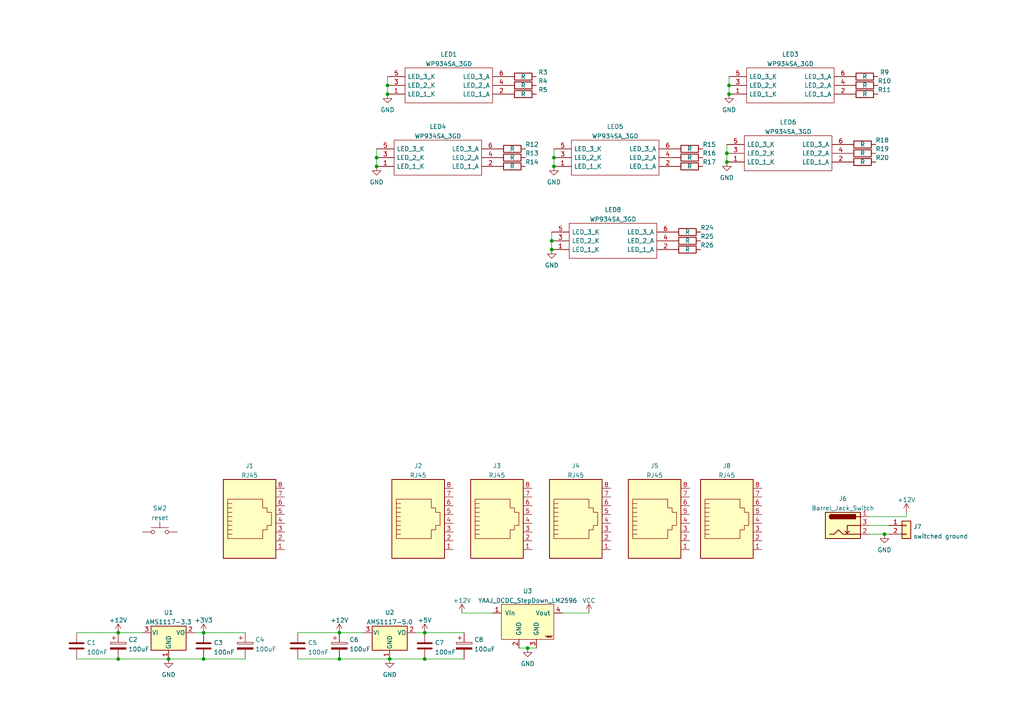
<source format=kicad_sch>
(kicad_sch (version 20211123) (generator eeschema)
  (paper "A4")
  (lib_symbols
    (symbol "Connector:Barrel_Jack_Switch" (pin_names hide)
      (property "Reference" "J" (at 0 5.334 0))
      (property "Value" "Barrel_Jack_Switch" (at 0 -5.08 0))
      (symbol "Barrel_Jack_Switch_0_1"
        (rectangle (start -5.08 3.81) (end 5.08 -3.81) (stroke (width 0.254)) (fill (type background)))
        (arc (start -3.302 3.175) (mid -3.937 2.54) (end -3.302 1.905) (stroke (width 0.254)))
        (arc (start -3.302 3.175) (mid -3.937 2.54) (end -3.302 1.905) (stroke (width 0.254)) (fill (type outline)))
        (polyline (pts (xy 1.27 -2.286) (xy 1.905 -1.651)) (stroke (width 0.254)))
        (polyline (pts (xy 5.08 2.54) (xy 3.81 2.54)) (stroke (width 0.254)))
        (polyline (pts (xy 5.08 0) (xy 1.27 0) (xy 1.27 -2.286) (xy 0.635 -1.651)) (stroke (width 0.254)))
        (polyline (pts (xy -3.81 -2.54) (xy -2.54 -2.54) (xy -1.27 -1.27) (xy 0 -2.54) (xy 2.54 -2.54) (xy 5.08 -2.54)) (stroke (width 0.254)))
        (rectangle (start 3.683 3.175) (end -3.302 1.905) (stroke (width 0.254)) (fill (type outline)))
      )
      (symbol "Barrel_Jack_Switch_1_1"
        (pin passive line (at 7.62 2.54 180) (length 2.54) (name "~") (number "1"))
        (pin passive line (at 7.62 -2.54 180) (length 2.54) (name "~") (number "2"))
        (pin passive line (at 7.62 0 180) (length 2.54) (name "~") (number "3"))
      )
    )
    (symbol "Connector:RJ45" (pin_names (offset 1.016))
      (property "Reference" "J" (at -5.08 13.97 0))
      (property "Value" "RJ45" (at 2.54 13.97 0))
      (symbol "RJ45_0_1"
        (polyline (pts (xy -5.08 4.445) (xy -6.35 4.445)))
        (polyline (pts (xy -5.08 5.715) (xy -6.35 5.715)))
        (polyline (pts (xy -6.35 -3.175) (xy -5.08 -3.175) (xy -5.08 -3.175)))
        (polyline (pts (xy -6.35 -1.905) (xy -5.08 -1.905) (xy -5.08 -1.905)))
        (polyline (pts (xy -6.35 -0.635) (xy -5.08 -0.635) (xy -5.08 -0.635)))
        (polyline (pts (xy -6.35 0.635) (xy -5.08 0.635) (xy -5.08 0.635)))
        (polyline (pts (xy -6.35 1.905) (xy -5.08 1.905) (xy -5.08 1.905)))
        (polyline (pts (xy -5.08 3.175) (xy -6.35 3.175) (xy -6.35 3.175)))
        (polyline (pts (xy -6.35 -4.445) (xy -6.35 6.985) (xy 3.81 6.985) (xy 3.81 4.445) (xy 5.08 4.445) (xy 5.08 3.175) (xy 6.35 3.175) (xy 6.35 -0.635) (xy 5.08 -0.635) (xy 5.08 -1.905) (xy 3.81 -1.905) (xy 3.81 -4.445) (xy -6.35 -4.445) (xy -6.35 -4.445)))
        (rectangle (start 7.62 12.7) (end -7.62 -10.16) (stroke (width 0.254)) (fill (type background)))
      )
      (symbol "RJ45_1_1"
        (pin passive line (at 10.16 -7.62 180) (length 2.54) (name "~") (number "1"))
        (pin passive line (at 10.16 -5.08 180) (length 2.54) (name "~") (number "2"))
        (pin passive line (at 10.16 -2.54 180) (length 2.54) (name "~") (number "3"))
        (pin passive line (at 10.16 0 180) (length 2.54) (name "~") (number "4"))
        (pin passive line (at 10.16 2.54 180) (length 2.54) (name "~") (number "5"))
        (pin passive line (at 10.16 5.08 180) (length 2.54) (name "~") (number "6"))
        (pin passive line (at 10.16 7.62 180) (length 2.54) (name "~") (number "7"))
        (pin passive line (at 10.16 10.16 180) (length 2.54) (name "~") (number "8"))
      )
    )
    (symbol "Connector_Generic:Conn_01x02" (pin_names (offset 1.016) hide)
      (property "Reference" "J" (at 0 2.54 0))
      (property "Value" "Conn_01x02" (at 0 -5.08 0))
      (symbol "Conn_01x02_1_1"
        (rectangle (start -1.27 -2.413) (end 0 -2.667) (stroke (width 0.1524)))
        (rectangle (start -1.27 0.127) (end 0 -0.127) (stroke (width 0.1524)))
        (rectangle (start -1.27 1.27) (end 1.27 -3.81) (stroke (width 0.254)) (fill (type background)))
        (pin passive line (at -5.08 0 0) (length 3.81) (name "Pin_1") (number "1"))
        (pin passive line (at -5.08 -2.54 0) (length 3.81) (name "Pin_2") (number "2"))
      )
    )
    (symbol "Device:C" (pin_numbers hide) (pin_names (offset 0.254))
      (property "Reference" "C" (at 0.635 2.54 0))
      (property "Value" "C" (at 0.635 -2.54 0))
      (symbol "C_0_1"
        (polyline (pts (xy -2.032 -0.762) (xy 2.032 -0.762)) (stroke (width 0.508)))
        (polyline (pts (xy -2.032 0.762) (xy 2.032 0.762)) (stroke (width 0.508)))
      )
      (symbol "C_1_1"
        (pin passive line (at 0 3.81 270) (length 2.794) (name "~") (number "1"))
        (pin passive line (at 0 -3.81 90) (length 2.794) (name "~") (number "2"))
      )
    )
    (symbol "Device:C_Polarized" (pin_numbers hide) (pin_names (offset 0.254))
      (property "Reference" "C" (at 0.635 2.54 0))
      (property "Value" "C_Polarized" (at 0.635 -2.54 0))
      (symbol "C_Polarized_0_1"
        (rectangle (start -2.286 0.508) (end 2.286 1.016))
        (polyline (pts (xy -1.778 2.286) (xy -0.762 2.286)))
        (polyline (pts (xy -1.27 2.794) (xy -1.27 1.778)))
        (rectangle (start 2.286 -0.508) (end -2.286 -1.016) (fill (type outline)))
      )
      (symbol "C_Polarized_1_1"
        (pin passive line (at 0 3.81 270) (length 2.794) (name "~") (number "1"))
        (pin passive line (at 0 -3.81 90) (length 2.794) (name "~") (number "2"))
      )
    )
    (symbol "Device:R" (pin_numbers hide) (pin_names (offset 0))
      (property "Reference" "R" (at 2.032 0 90))
      (property "Value" "R" (at 0 0 90))
      (symbol "R_0_1"
        (rectangle (start -1.016 -2.54) (end 1.016 2.54) (stroke (width 0.254)))
      )
      (symbol "R_1_1"
        (pin passive line (at 0 3.81 270) (length 1.27) (name "~") (number "1"))
        (pin passive line (at 0 -3.81 90) (length 1.27) (name "~") (number "2"))
      )
    )
    (symbol "Evan's misc parts:WP934SA_3GD" (pin_names (offset 0.762))
      (property "Reference" "LED" (at 31.75 7.62 0))
      (property "Value" "WP934SA_3GD" (at 31.75 5.08 0))
      (symbol "WP934SA_3GD_0_0"
        (pin passive line (at 0 -5.08 0) (length 5.08) (name "LED_1_K") (number "1"))
        (pin passive line (at 35.56 -5.08 180) (length 5.08) (name "LED_1_A") (number "2"))
        (pin passive line (at 0 -2.54 0) (length 5.08) (name "LED_2_K") (number "3"))
        (pin passive line (at 35.56 -2.54 180) (length 5.08) (name "LED_2_A") (number "4"))
        (pin passive line (at 0 0 0) (length 5.08) (name "LED_3_K") (number "5"))
        (pin passive line (at 35.56 0 180) (length 5.08) (name "LED_3_A") (number "6"))
      )
      (symbol "WP934SA_3GD_0_1"
        (polyline (pts (xy 5.08 2.54) (xy 30.48 2.54) (xy 30.48 -7.62) (xy 5.08 -7.62) (xy 5.08 2.54)) (stroke (width 0.1524)))
      )
    )
    (symbol "Evan's misc parts:YAAJ_DCDC_StepDown_LM2596" (pin_names (offset 1.016))
      (property "Reference" "U" (at -5.08 6.35 0))
      (property "Value" "YAAJ_DCDC_StepDown_LM2596" (at 0 11.43 0))
      (symbol "YAAJ_DCDC_StepDown_LM2596_0_1"
        (rectangle (start -7.62 5.08) (end 7.62 -5.08) (fill (type background)))
      )
      (symbol "YAAJ_DCDC_StepDown_LM2596_1_1"
        (text "Y@@V" (at 6.1976 -4.2672 0) (effects (font (size 0.508 0.508))))
        (pin power_in line (at -10.16 2.54 0) (length 2.54) (name "Vin") (number "1"))
        (pin power_in line (at -2.54 -7.62 90) (length 2.54) (name "GND") (number "2"))
        (pin power_in line (at 2.54 -7.62 90) (length 2.54) (name "GND") (number "3"))
        (pin power_out line (at 10.16 2.54 180) (length 2.54) (name "Vout") (number "4"))
      )
    )
    (symbol "Regulator_Linear:AMS1117-3.3" (pin_names (offset 0.254))
      (property "Reference" "U" (at -3.81 3.175 0))
      (property "Value" "AMS1117-3.3" (at 0 3.175 0))
      (symbol "AMS1117-3.3_0_1"
        (rectangle (start -5.08 -5.08) (end 5.08 1.905) (stroke (width 0.254)) (fill (type background)))
      )
      (symbol "AMS1117-3.3_1_1"
        (pin power_in line (at 0 -7.62 90) (length 2.54) (name "GND") (number "1"))
        (pin power_out line (at 7.62 0 180) (length 2.54) (name "VO") (number "2"))
        (pin power_in line (at -7.62 0 0) (length 2.54) (name "VI") (number "3"))
      )
    )
    (symbol "Regulator_Linear:AMS1117-5.0" (pin_names (offset 0.254))
      (property "Reference" "U" (at -3.81 3.175 0))
      (property "Value" "AMS1117-5.0" (at 0 3.175 0))
      (symbol "AMS1117-5.0_0_1"
        (rectangle (start -5.08 -5.08) (end 5.08 1.905) (stroke (width 0.254)) (fill (type background)))
      )
      (symbol "AMS1117-5.0_1_1"
        (pin power_in line (at 0 -7.62 90) (length 2.54) (name "GND") (number "1"))
        (pin power_out line (at 7.62 0 180) (length 2.54) (name "VO") (number "2"))
        (pin power_in line (at -7.62 0 0) (length 2.54) (name "VI") (number "3"))
      )
    )
    (symbol "Switch:SW_Push" (pin_numbers hide) (pin_names (offset 1.016) hide)
      (property "Reference" "SW" (at 1.27 2.54 0))
      (property "Value" "SW_Push" (at 0 -1.524 0))
      (symbol "SW_Push_0_1"
        (circle (center -2.032 0) (radius 0.508))
        (polyline (pts (xy 0 1.27) (xy 0 3.048)))
        (polyline (pts (xy 2.54 1.27) (xy -2.54 1.27)))
        (circle (center 2.032 0) (radius 0.508))
        (pin passive line (at -5.08 0 0) (length 2.54) (name "1") (number "1"))
        (pin passive line (at 5.08 0 180) (length 2.54) (name "2") (number "2"))
      )
    )
    (symbol "power:+12V" (power) (pin_names (offset 0))
      (property "Value" "+12V" (at 0 3.556 0))
      (symbol "+12V_0_1"
        (polyline (pts (xy -0.762 1.27) (xy 0 2.54)))
        (polyline (pts (xy 0 0) (xy 0 2.54)))
        (polyline (pts (xy 0 2.54) (xy 0.762 1.27)))
      )
      (symbol "+12V_1_1"
        (pin power_in line (at 0 0 90) (length 0) hide (name "+12V") (number "1"))
      )
    )
    (symbol "power:+3.3V" (power) (pin_names (offset 0))
      (property "Value" "+3.3V" (at 0 3.556 0))
      (symbol "+3.3V_0_1"
        (polyline (pts (xy -0.762 1.27) (xy 0 2.54)))
        (polyline (pts (xy 0 0) (xy 0 2.54)))
        (polyline (pts (xy 0 2.54) (xy 0.762 1.27)))
      )
      (symbol "+3.3V_1_1"
        (pin power_in line (at 0 0 90) (length 0) hide (name "+3V3") (number "1"))
      )
    )
    (symbol "power:+5V" (power) (pin_names (offset 0))
      (property "Value" "+5V" (at 0 3.556 0))
      (symbol "+5V_0_1"
        (polyline (pts (xy -0.762 1.27) (xy 0 2.54)))
        (polyline (pts (xy 0 0) (xy 0 2.54)))
        (polyline (pts (xy 0 2.54) (xy 0.762 1.27)))
      )
      (symbol "+5V_1_1"
        (pin power_in line (at 0 0 90) (length 0) hide (name "+5V") (number "1"))
      )
    )
    (symbol "power:GND" (power) (pin_names (offset 0))
      (property "Value" "GND" (at 0 -3.81 0))
      (symbol "GND_0_1"
        (polyline (pts (xy 0 0) (xy 0 -1.27) (xy 1.27 -1.27) (xy 0 -2.54) (xy -1.27 -1.27) (xy 0 -1.27)))
      )
      (symbol "GND_1_1"
        (pin power_in line (at 0 0 270) (length 0) hide (name "GND") (number "1"))
      )
    )
    (symbol "power:VCC" (power) (pin_names (offset 0))
      (property "Value" "VCC" (at 0 3.81 0))
      (symbol "VCC_0_1"
        (polyline (pts (xy -0.762 1.27) (xy 0 2.54)))
        (polyline (pts (xy 0 0) (xy 0 2.54)))
        (polyline (pts (xy 0 2.54) (xy 0.762 1.27)))
      )
      (symbol "VCC_1_1"
        (pin power_in line (at 0 0 90) (length 0) hide (name "VCC") (number "1"))
      )
    )
  )
  (junction (at 59.055 183.515))
  (junction (at 109.22 48.26))
  (junction (at 153.035 187.96))
  (junction (at 160.02 72.39))
  (junction (at 48.895 191.135))
  (junction (at 210.82 44.45))
  (junction (at 112.395 27.305))
  (junction (at 210.82 46.99))
  (junction (at 109.22 45.72))
  (junction (at 34.29 191.135))
  (junction (at 34.29 183.515))
  (junction (at 160.02 69.85))
  (junction (at 123.19 183.515))
  (junction (at 98.425 191.135))
  (junction (at 59.055 191.135))
  (junction (at 211.455 27.305))
  (junction (at 98.425 183.515))
  (junction (at 113.03 191.135))
  (junction (at 211.455 24.765))
  (junction (at 112.395 24.765))
  (junction (at 160.655 48.26))
  (junction (at 256.54 154.94))
  (junction (at 160.655 45.72))
  (junction (at 123.19 191.135))
  (wire (pts (xy 257.81 154.94) (xy 256.54 154.94)))
  (wire (pts (xy 112.395 24.765) (xy 112.395 27.305)))
  (wire (pts (xy 160.655 45.72) (xy 160.655 48.26)))
  (wire (pts (xy 210.82 44.45) (xy 210.82 46.99)))
  (wire (pts (xy 59.055 183.515) (xy 71.12 183.515)))
  (wire (pts (xy 211.455 22.225) (xy 211.455 24.765)))
  (wire (pts (xy 86.36 191.135) (xy 98.425 191.135)))
  (wire (pts (xy 86.36 183.515) (xy 98.425 183.515)))
  (wire (pts (xy 160.02 67.31) (xy 160.02 69.85)))
  (wire (pts (xy 48.895 191.135) (xy 59.055 191.135)))
  (wire (pts (xy 170.815 177.8) (xy 163.195 177.8)))
  (wire (pts (xy 109.22 43.18) (xy 109.22 45.72)))
  (wire (pts (xy 153.035 187.96) (xy 155.575 187.96)))
  (wire (pts (xy 34.29 183.515) (xy 41.275 183.515)))
  (wire (pts (xy 98.425 183.515) (xy 105.41 183.515)))
  (wire (pts (xy 113.03 191.135) (xy 123.19 191.135)))
  (wire (pts (xy 123.19 191.135) (xy 134.62 191.135)))
  (wire (pts (xy 34.29 191.135) (xy 48.895 191.135)))
  (wire (pts (xy 22.225 183.515) (xy 34.29 183.515)))
  (wire (pts (xy 262.89 148.59) (xy 262.89 149.86)))
  (wire (pts (xy 56.515 183.515) (xy 59.055 183.515)))
  (wire (pts (xy 109.22 45.72) (xy 109.22 48.26)))
  (wire (pts (xy 252.095 149.86) (xy 262.89 149.86)))
  (wire (pts (xy 257.81 152.4) (xy 252.095 152.4)))
  (wire (pts (xy 59.055 191.135) (xy 71.12 191.135)))
  (wire (pts (xy 112.395 22.225) (xy 112.395 24.765)))
  (wire (pts (xy 133.985 177.8) (xy 142.875 177.8)))
  (wire (pts (xy 123.19 183.515) (xy 134.62 183.515)))
  (wire (pts (xy 210.82 41.91) (xy 210.82 44.45)))
  (wire (pts (xy 22.225 191.135) (xy 34.29 191.135)))
  (wire (pts (xy 153.035 187.96) (xy 150.495 187.96)))
  (wire (pts (xy 98.425 191.135) (xy 113.03 191.135)))
  (wire (pts (xy 120.65 183.515) (xy 123.19 183.515)))
  (wire (pts (xy 211.455 24.765) (xy 211.455 27.305)))
  (wire (pts (xy 256.54 154.94) (xy 252.095 154.94)))
  (wire (pts (xy 160.02 69.85) (xy 160.02 72.39)))
  (wire (pts (xy 160.655 43.18) (xy 160.655 45.72)))
  (symbol (lib_id "Connector:RJ45") (at 144.145 151.765 0) (unit 1)
    (property "Reference" "J3" (at 144.145 135.0985 0))
    (property "Value" "RJ45" (at 144.145 137.8736 0))
    (property "Footprint" "Connector_RJ:RJ45_Amphenol_54602-x08_Horizontal" (effects hide))
  )
  (symbol (lib_id "power:GND") (at 112.395 27.305 0) (unit 1)
    (property "Reference" "#PWR02" (effects hide))
    (property "Value" "GND" (at 112.395 31.8675 0))
  )
  (symbol (lib_id "Evan's misc parts:WP934SA_3GD") (at 210.82 41.91 0) (unit 1)
    (property "Reference" "LED6" (at 228.6 35.4543 0))
    (property "Value" "WP934SA_3GD" (at 228.6 38.2294 0))
    (property "Footprint" "Evan's misc parts:WP934SA3ID" (effects hide))
    (property "Datasheet" "https://www.kingbrightusa.com/images/catalog/SPEC/WP934SA-3GD.pdf" (effects hide))
    (property "Description" "Kingbright WP934SA/3GD, Green Right Angle PCB LED Indicator, 3 LEDs 3mm (T-1), PCB Mount" (effects hide))
    (property "Height" "15.49" (effects hide))
    (property "Mouser Part Number" "604-WP934SA3GD" (effects hide))
    (property "Mouser Price/Stock" "https://www.mouser.co.uk/ProductDetail/Kingbright/WP934SA-3GD?qs=58z0TXQGVSQQiZBXtZ%2FRVw%3D%3D" (effects hide))
    (property "Manufacturer_Name" "Kingbright" (effects hide))
    (property "Manufacturer_Part_Number" "WP934SA/3GD" (effects hide))
  )
  (symbol (lib_id "Evan's misc parts:WP934SA_3GD") (at 211.455 22.225 0) (unit 1)
    (property "Reference" "LED3" (at 229.235 15.7693 0))
    (property "Value" "WP934SA_3GD" (at 229.235 18.5444 0))
    (property "Footprint" "Evan's misc parts:WP934SA3ID" (effects hide))
    (property "Datasheet" "https://www.kingbrightusa.com/images/catalog/SPEC/WP934SA-3GD.pdf" (effects hide))
    (property "Description" "Kingbright WP934SA/3GD, Green Right Angle PCB LED Indicator, 3 LEDs 3mm (T-1), PCB Mount" (effects hide))
    (property "Height" "15.49" (effects hide))
    (property "Mouser Part Number" "604-WP934SA3GD" (effects hide))
    (property "Mouser Price/Stock" "https://www.mouser.co.uk/ProductDetail/Kingbright/WP934SA-3GD?qs=58z0TXQGVSQQiZBXtZ%2FRVw%3D%3D" (effects hide))
    (property "Manufacturer_Name" "Kingbright" (effects hide))
    (property "Manufacturer_Part_Number" "WP934SA/3GD" (effects hide))
  )
  (symbol (lib_id "Device:R") (at 148.59 43.18 90) (unit 1)
    (property "Reference" "R12" (at 154.305 41.91 90))
    (property "Value" "R" (at 148.59 43.18 90))
    (property "Footprint" "Resistor_SMD:R_0603_1608Metric" (effects hide))
  )
  (symbol (lib_id "power:GND") (at 160.02 72.39 0) (unit 1)
    (property "Reference" "#PWR019" (effects hide))
    (property "Value" "GND" (at 160.02 76.9525 0))
  )
  (symbol (lib_id "Device:R") (at 148.59 45.72 90) (unit 1)
    (property "Reference" "R13" (at 154.305 44.45 90))
    (property "Value" "R" (at 148.59 45.72 90))
    (property "Footprint" "Resistor_SMD:R_0603_1608Metric" (effects hide))
  )
  (symbol (lib_id "Device:R") (at 199.39 67.31 90) (unit 1)
    (property "Reference" "R24" (at 205.105 66.04 90))
    (property "Value" "R" (at 199.39 67.31 90))
    (property "Footprint" "Resistor_SMD:R_0603_1608Metric" (effects hide))
  )
  (symbol (lib_id "power:GND") (at 153.035 187.96 0) (unit 1)
    (property "Reference" "#PWR017" (effects hide))
    (property "Value" "GND" (at 153.035 192.5225 0))
  )
  (symbol (lib_id "Connector:RJ45") (at 189.865 151.765 0) (unit 1)
    (property "Reference" "J5" (at 189.865 135.0985 0))
    (property "Value" "RJ45" (at 189.865 137.8736 0))
    (property "Footprint" "Connector_RJ:RJ45_Amphenol_54602-x08_Horizontal" (effects hide))
  )
  (symbol (lib_id "power:GND") (at 256.54 154.94 0) (unit 1)
    (property "Reference" "#PWR025" (effects hide))
    (property "Value" "GND" (at 256.54 159.5025 0))
  )
  (symbol (lib_id "Device:R") (at 151.765 24.765 90) (unit 1)
    (property "Reference" "R4" (at 157.48 23.495 90))
    (property "Value" "R" (at 151.765 24.765 90))
    (property "Footprint" "Resistor_SMD:R_0603_1608Metric" (effects hide))
  )
  (symbol (lib_id "power:+3.3V") (at 59.055 183.515 0) (unit 1)
    (property "Reference" "#PWR06" (effects hide))
    (property "Value" "+3.3V" (at 59.055 179.9105 0))
  )
  (symbol (lib_id "Device:R") (at 200.025 45.72 90) (unit 1)
    (property "Reference" "R16" (at 205.74 44.45 90))
    (property "Value" "R" (at 200.025 45.72 90))
    (property "Footprint" "Resistor_SMD:R_0603_1608Metric" (effects hide))
  )
  (symbol (lib_id "Evan's misc parts:WP934SA_3GD") (at 112.395 22.225 0) (unit 1)
    (property "Reference" "LED1" (at 130.175 15.7693 0))
    (property "Value" "WP934SA_3GD" (at 130.175 18.5444 0))
    (property "Footprint" "Evan's misc parts:WP934SA3ID" (effects hide))
    (property "Datasheet" "https://www.kingbrightusa.com/images/catalog/SPEC/WP934SA-3GD.pdf" (effects hide))
    (property "Description" "Kingbright WP934SA/3GD, Green Right Angle PCB LED Indicator, 3 LEDs 3mm (T-1), PCB Mount" (effects hide))
    (property "Height" "15.49" (effects hide))
    (property "Mouser Part Number" "604-WP934SA3GD" (effects hide))
    (property "Mouser Price/Stock" "https://www.mouser.co.uk/ProductDetail/Kingbright/WP934SA-3GD?qs=58z0TXQGVSQQiZBXtZ%2FRVw%3D%3D" (effects hide))
    (property "Manufacturer_Name" "Kingbright" (effects hide))
    (property "Manufacturer_Part_Number" "WP934SA/3GD" (effects hide))
  )
  (symbol (lib_id "power:GND") (at 113.03 191.135 0) (unit 1)
    (property "Reference" "#PWR08" (effects hide))
    (property "Value" "GND" (at 113.03 195.6975 0))
  )
  (symbol (lib_id "power:GND") (at 211.455 27.305 0) (unit 1)
    (property "Reference" "#PWR011" (effects hide))
    (property "Value" "GND" (at 211.455 31.8675 0))
  )
  (symbol (lib_id "power:GND") (at 160.655 48.26 0) (unit 1)
    (property "Reference" "#PWR013" (effects hide))
    (property "Value" "GND" (at 160.655 52.8225 0))
  )
  (symbol (lib_id "Connector:RJ45") (at 72.39 151.765 0) (unit 1)
    (property "Reference" "J1" (at 72.39 135.0985 0))
    (property "Value" "RJ45" (at 72.39 137.8736 0))
    (property "Footprint" "Connector_RJ:RJ45_Amphenol_54602-x08_Horizontal" (effects hide))
  )
  (symbol (lib_id "power:VCC") (at 170.815 177.8 0) (unit 1)
    (property "Reference" "#PWR018" (effects hide))
    (property "Value" "VCC" (at 170.815 174.1955 0))
  )
  (symbol (lib_id "Device:C_Polarized") (at 34.29 187.325 0) (unit 1)
    (property "Reference" "C2" (at 37.211 185.5275 0) (effects (justify left)))
    (property "Value" "100uF" (at 37.211 188.3026 0) (effects (justify left)))
    (property "Footprint" "Capacitor_THT:CP_Radial_D5.0mm_P2.00mm" (effects hide))
  )
  (symbol (lib_id "Device:R") (at 250.825 22.225 90) (unit 1)
    (property "Reference" "R9" (at 256.54 20.955 90))
    (property "Value" "R" (at 250.825 22.225 90))
    (property "Footprint" "Resistor_SMD:R_0603_1608Metric" (effects hide))
  )
  (symbol (lib_id "Device:C_Polarized") (at 98.425 187.325 0) (unit 1)
    (property "Reference" "C6" (at 101.346 185.5275 0) (effects (justify left)))
    (property "Value" "100uF" (at 101.346 188.3026 0) (effects (justify left)))
    (property "Footprint" "Capacitor_THT:CP_Radial_D5.0mm_P2.00mm" (effects hide))
  )
  (symbol (lib_id "Device:R") (at 250.825 27.305 90) (unit 1)
    (property "Reference" "R11" (at 256.54 26.035 90))
    (property "Value" "R" (at 250.825 27.305 90))
    (property "Footprint" "Resistor_SMD:R_0603_1608Metric" (effects hide))
  )
  (symbol (lib_id "Connector:RJ45") (at 167.005 151.765 0) (unit 1)
    (property "Reference" "J4" (at 167.005 135.0985 0))
    (property "Value" "RJ45" (at 167.005 137.8736 0))
    (property "Footprint" "Connector_RJ:RJ45_Amphenol_54602-x08_Horizontal" (effects hide))
  )
  (symbol (lib_id "Connector:RJ45") (at 210.82 151.765 0) (unit 1)
    (property "Reference" "J8" (at 210.82 135.0985 0))
    (property "Value" "RJ45" (at 210.82 137.8736 0))
    (property "Footprint" "Connector_RJ:RJ45_Amphenol_54602-x08_Horizontal" (effects hide))
  )
  (symbol (lib_id "Device:R") (at 250.19 46.99 90) (unit 1)
    (property "Reference" "R20" (at 255.905 45.72 90))
    (property "Value" "R" (at 250.19 46.99 90))
    (property "Footprint" "Resistor_SMD:R_0603_1608Metric" (effects hide))
  )
  (symbol (lib_id "Device:R") (at 151.765 27.305 90) (unit 1)
    (property "Reference" "R5" (at 157.48 26.035 90))
    (property "Value" "R" (at 151.765 27.305 90))
    (property "Footprint" "Resistor_SMD:R_0603_1608Metric" (effects hide))
  )
  (symbol (lib_id "Evan's misc parts:WP934SA_3GD") (at 109.22 43.18 0) (unit 1)
    (property "Reference" "LED4" (at 127 36.7243 0))
    (property "Value" "WP934SA_3GD" (at 127 39.4994 0))
    (property "Footprint" "Evan's misc parts:WP934SA3ID" (effects hide))
    (property "Datasheet" "https://www.kingbrightusa.com/images/catalog/SPEC/WP934SA-3GD.pdf" (effects hide))
    (property "Description" "Kingbright WP934SA/3GD, Green Right Angle PCB LED Indicator, 3 LEDs 3mm (T-1), PCB Mount" (effects hide))
    (property "Height" "15.49" (effects hide))
    (property "Mouser Part Number" "604-WP934SA3GD" (effects hide))
    (property "Mouser Price/Stock" "https://www.mouser.co.uk/ProductDetail/Kingbright/WP934SA-3GD?qs=58z0TXQGVSQQiZBXtZ%2FRVw%3D%3D" (effects hide))
    (property "Manufacturer_Name" "Kingbright" (effects hide))
    (property "Manufacturer_Part_Number" "WP934SA/3GD" (effects hide))
  )
  (symbol (lib_id "Device:R") (at 200.025 48.26 90) (unit 1)
    (property "Reference" "R17" (at 205.74 46.99 90))
    (property "Value" "R" (at 200.025 48.26 90))
    (property "Footprint" "Resistor_SMD:R_0603_1608Metric" (effects hide))
  )
  (symbol (lib_id "Device:R") (at 250.825 24.765 90) (unit 1)
    (property "Reference" "R10" (at 256.54 23.495 90))
    (property "Value" "R" (at 250.825 24.765 90))
    (property "Footprint" "Resistor_SMD:R_0603_1608Metric" (effects hide))
  )
  (symbol (lib_id "Device:C_Polarized") (at 71.12 187.325 0) (unit 1)
    (property "Reference" "C4" (at 74.041 185.5275 0) (effects (justify left)))
    (property "Value" "100uF" (at 74.041 188.3026 0) (effects (justify left)))
    (property "Footprint" "Capacitor_THT:CP_Radial_D5.0mm_P2.00mm" (effects hide))
  )
  (symbol (lib_id "power:+5V") (at 123.19 183.515 0) (unit 1)
    (property "Reference" "#PWR09" (effects hide))
    (property "Value" "+5V" (at 123.19 179.9105 0))
  )
  (symbol (lib_id "Device:C") (at 22.225 187.325 0) (unit 1)
    (property "Reference" "C1" (at 25.146 186.4165 0) (effects (justify left)))
    (property "Value" "100nF" (at 25.146 189.1916 0) (effects (justify left)))
    (property "Footprint" "Capacitor_SMD:C_0603_1608Metric" (effects hide))
  )
  (symbol (lib_id "Connector:Barrel_Jack_Switch") (at 244.475 152.4 0) (unit 1)
    (property "Reference" "J6" (at 244.475 144.6235 0))
    (property "Value" "Barrel_Jack_Switch" (at 244.475 147.3986 0))
    (property "Footprint" "Connector_BarrelJack:BarrelJack_Wuerth_6941xx301002" (effects hide))
  )
  (symbol (lib_id "power:+12V") (at 34.29 183.515 0) (unit 1)
    (property "Reference" "#PWR03" (effects hide))
    (property "Value" "+12V" (at 34.29 179.9105 0))
  )
  (symbol (lib_id "Connector:RJ45") (at 121.285 151.765 0) (unit 1)
    (property "Reference" "J2" (at 121.285 135.0985 0))
    (property "Value" "RJ45" (at 121.285 137.8736 0))
    (property "Footprint" "Connector_RJ:RJ45_Amphenol_54602-x08_Horizontal" (effects hide))
  )
  (symbol (lib_id "Device:R") (at 200.025 43.18 90) (unit 1)
    (property "Reference" "R15" (at 205.74 41.91 90))
    (property "Value" "R" (at 200.025 43.18 90))
    (property "Footprint" "Resistor_SMD:R_0603_1608Metric" (effects hide))
  )
  (symbol (lib_id "Evan's misc parts:YAAJ_DCDC_StepDown_LM2596") (at 153.035 180.34 0) (unit 1)
    (property "Reference" "U3" (at 153.035 171.4205 0))
    (property "Value" "YAAJ_DCDC_StepDown_LM2596" (at 153.035 174.1956 0))
    (property "Footprint" "Evan's misc parts:YAAJ_DCDC_StepDown_LM2596" (effects hide))
  )
  (symbol (lib_id "power:GND") (at 109.22 48.26 0) (unit 1)
    (property "Reference" "#PWR012" (effects hide))
    (property "Value" "GND" (at 109.22 52.8225 0))
  )
  (symbol (lib_id "Device:R") (at 148.59 48.26 90) (unit 1)
    (property "Reference" "R14" (at 154.305 46.99 90))
    (property "Value" "R" (at 148.59 48.26 90))
    (property "Footprint" "Resistor_SMD:R_0603_1608Metric" (effects hide))
  )
  (symbol (lib_id "Device:R") (at 250.19 44.45 90) (unit 1)
    (property "Reference" "R19" (at 255.905 43.18 90))
    (property "Value" "R" (at 250.19 44.45 90))
    (property "Footprint" "Resistor_SMD:R_0603_1608Metric" (effects hide))
  )
  (symbol (lib_id "Device:R") (at 199.39 72.39 90) (unit 1)
    (property "Reference" "R26" (at 205.105 71.12 90))
    (property "Value" "R" (at 199.39 72.39 90))
    (property "Footprint" "Resistor_SMD:R_0603_1608Metric" (effects hide))
  )
  (symbol (lib_id "Regulator_Linear:AMS1117-5.0") (at 113.03 183.515 0) (unit 1)
    (property "Reference" "U2" (at 113.03 177.6435 0))
    (property "Value" "AMS1117-5.0" (at 113.03 180.4186 0))
    (property "Footprint" "Package_TO_SOT_SMD:SOT-223-3_TabPin2" (effects hide))
    (property "Datasheet" "http://www.advanced-monolithic.com/pdf/ds1117.pdf" (effects hide))
  )
  (symbol (lib_id "Device:C_Polarized") (at 134.62 187.325 0) (unit 1)
    (property "Reference" "C8" (at 137.541 185.5275 0) (effects (justify left)))
    (property "Value" "100uF" (at 137.541 188.3026 0) (effects (justify left)))
    (property "Footprint" "Capacitor_THT:CP_Radial_D5.0mm_P2.00mm" (effects hide))
  )
  (symbol (lib_id "Evan's misc parts:WP934SA_3GD") (at 160.02 67.31 0) (unit 1)
    (property "Reference" "LED8" (at 177.8 60.8543 0))
    (property "Value" "WP934SA_3GD" (at 177.8 63.6294 0))
    (property "Footprint" "Evan's misc parts:WP934SA3ID" (effects hide))
    (property "Datasheet" "https://www.kingbrightusa.com/images/catalog/SPEC/WP934SA-3GD.pdf" (effects hide))
    (property "Description" "Kingbright WP934SA/3GD, Green Right Angle PCB LED Indicator, 3 LEDs 3mm (T-1), PCB Mount" (effects hide))
    (property "Height" "15.49" (effects hide))
    (property "Mouser Part Number" "604-WP934SA3GD" (effects hide))
    (property "Mouser Price/Stock" "https://www.mouser.co.uk/ProductDetail/Kingbright/WP934SA-3GD?qs=58z0TXQGVSQQiZBXtZ%2FRVw%3D%3D" (effects hide))
    (property "Manufacturer_Name" "Kingbright" (effects hide))
    (property "Manufacturer_Part_Number" "WP934SA/3GD" (effects hide))
  )
  (symbol (lib_id "Device:R") (at 199.39 69.85 90) (unit 1)
    (property "Reference" "R25" (at 205.105 68.58 90))
    (property "Value" "R" (at 199.39 69.85 90))
    (property "Footprint" "Resistor_SMD:R_0603_1608Metric" (effects hide))
  )
  (symbol (lib_id "Switch:SW_Push") (at 46.355 154.305 0) (unit 1)
    (property "Reference" "SW2" (at 46.355 147.4175 0))
    (property "Value" "reset" (at 46.355 150.1926 0))
    (property "Footprint" "Button_Switch_THT:SW_Tactile_SPST_Angled_PTS645Vx58-2LFS" (effects hide))
  )
  (symbol (lib_id "Device:R") (at 151.765 22.225 90) (unit 1)
    (property "Reference" "R3" (at 157.48 20.955 90))
    (property "Value" "R" (at 151.765 22.225 90))
    (property "Footprint" "Resistor_SMD:R_0603_1608Metric" (effects hide))
  )
  (symbol (lib_id "power:+12V") (at 133.985 177.8 0) (unit 1)
    (property "Reference" "#PWR016" (effects hide))
    (property "Value" "+12V" (at 133.985 174.1955 0))
  )
  (symbol (lib_id "Device:C") (at 86.36 187.325 0) (unit 1)
    (property "Reference" "C5" (at 89.281 186.4165 0) (effects (justify left)))
    (property "Value" "100nF" (at 89.281 189.1916 0) (effects (justify left)))
    (property "Footprint" "Capacitor_SMD:C_0603_1608Metric" (effects hide))
  )
  (symbol (lib_id "Connector_Generic:Conn_01x02") (at 262.89 152.4 0) (unit 1)
    (property "Reference" "J7" (at 264.922 152.7615 0) (effects (justify left)))
    (property "Value" "switched ground" (at 264.922 155.5366 0) (effects (justify left)))
    (property "Footprint" "Connector_PinHeader_2.54mm:PinHeader_1x02_P2.54mm_Vertical" (effects hide))
  )
  (symbol (lib_id "power:+12V") (at 262.89 148.59 0) (unit 1)
    (property "Reference" "#PWR028" (effects hide))
    (property "Value" "+12V" (at 262.89 144.9855 0))
  )
  (symbol (lib_id "Device:R") (at 250.19 41.91 90) (unit 1)
    (property "Reference" "R18" (at 255.905 40.64 90))
    (property "Value" "R" (at 250.19 41.91 90))
    (property "Footprint" "Resistor_SMD:R_0603_1608Metric" (effects hide))
  )
  (symbol (lib_id "power:GND") (at 48.895 191.135 0) (unit 1)
    (property "Reference" "#PWR05" (effects hide))
    (property "Value" "GND" (at 48.895 195.6975 0))
  )
  (symbol (lib_id "power:GND") (at 210.82 46.99 0) (unit 1)
    (property "Reference" "#PWR014" (effects hide))
    (property "Value" "GND" (at 210.82 51.5525 0))
  )
  (symbol (lib_id "Device:C") (at 123.19 187.325 0) (unit 1)
    (property "Reference" "C7" (at 126.111 186.4165 0) (effects (justify left)))
    (property "Value" "100nF" (at 126.111 189.1916 0) (effects (justify left)))
    (property "Footprint" "Capacitor_SMD:C_0603_1608Metric" (effects hide))
  )
  (symbol (lib_id "Device:C") (at 59.055 187.325 0) (unit 1)
    (property "Reference" "C3" (at 61.976 186.4165 0) (effects (justify left)))
    (property "Value" "100nF" (at 61.976 189.1916 0) (effects (justify left)))
    (property "Footprint" "Capacitor_SMD:C_0603_1608Metric" (effects hide))
  )
  (symbol (lib_id "Regulator_Linear:AMS1117-3.3") (at 48.895 183.515 0) (unit 1)
    (property "Reference" "U1" (at 48.895 177.6435 0))
    (property "Value" "AMS1117-3.3" (at 48.895 180.4186 0))
    (property "Footprint" "Package_TO_SOT_SMD:SOT-223-3_TabPin2" (effects hide))
    (property "Datasheet" "http://www.advanced-monolithic.com/pdf/ds1117.pdf" (effects hide))
  )
  (symbol (lib_id "power:+12V") (at 98.425 183.515 0) (unit 1)
    (property "Reference" "#PWR07" (effects hide))
    (property "Value" "+12V" (at 98.425 179.9105 0))
  )
  (symbol (lib_id "Evan's misc parts:WP934SA_3GD") (at 160.655 43.18 0) (unit 1)
    (property "Reference" "LED5" (at 178.435 36.7243 0))
    (property "Value" "WP934SA_3GD" (at 178.435 39.4994 0))
    (property "Footprint" "Evan's misc parts:WP934SA3ID" (effects hide))
    (property "Datasheet" "https://www.kingbrightusa.com/images/catalog/SPEC/WP934SA-3GD.pdf" (effects hide))
    (property "Description" "Kingbright WP934SA/3GD, Green Right Angle PCB LED Indicator, 3 LEDs 3mm (T-1), PCB Mount" (effects hide))
    (property "Height" "15.49" (effects hide))
    (property "Mouser Part Number" "604-WP934SA3GD" (effects hide))
    (property "Mouser Price/Stock" "https://www.mouser.co.uk/ProductDetail/Kingbright/WP934SA-3GD?qs=58z0TXQGVSQQiZBXtZ%2FRVw%3D%3D" (effects hide))
    (property "Manufacturer_Name" "Kingbright" (effects hide))
    (property "Manufacturer_Part_Number" "WP934SA/3GD" (effects hide))
  )
)
</source>
